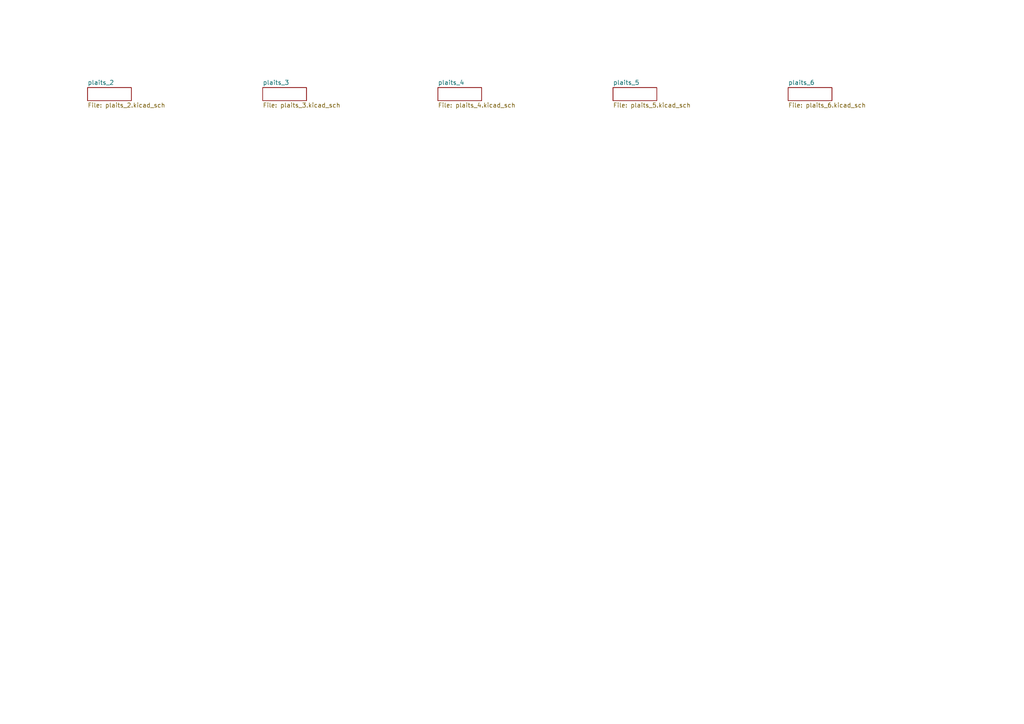
<source format=kicad_sch>
(kicad_sch (version 20211123) (generator eeschema)
  (paper "A4")
  (lib_symbols)
  (sheet (at 177.8 25.4) (size 12.7 3.81)
    (property "Sheet name" "plaits_5" (at 177.8 24.6884 0) (effects (justify left bottom)))
    (property "Sheet file" "plaits_5.kicad_sch" (at 177.8 29.7946 0) (effects (justify left top)))
  )
  (sheet (at 25.4 25.4) (size 12.7 3.81)
    (property "Sheet name" "plaits_2" (at 25.4 24.6884 0) (effects (justify left bottom)))
    (property "Sheet file" "plaits_2.kicad_sch" (at 25.4 29.7946 0) (effects (justify left top)))
  )
  (sheet (at 228.6 25.4) (size 12.7 3.81)
    (property "Sheet name" "plaits_6" (at 228.6 24.6884 0) (effects (justify left bottom)))
    (property "Sheet file" "plaits_6.kicad_sch" (at 228.6 29.7946 0) (effects (justify left top)))
  )
  (sheet (at 127 25.4) (size 12.7 3.81)
    (property "Sheet name" "plaits_4" (at 127 24.6884 0) (effects (justify left bottom)))
    (property "Sheet file" "plaits_4.kicad_sch" (at 127 29.7946 0) (effects (justify left top)))
  )
  (sheet (at 76.2 25.4) (size 12.7 3.81)
    (property "Sheet name" "plaits_3" (at 76.2 24.6884 0) (effects (justify left bottom)))
    (property "Sheet file" "plaits_3.kicad_sch" (at 76.2 29.7946 0) (effects (justify left top)))
  )
)
</source>
